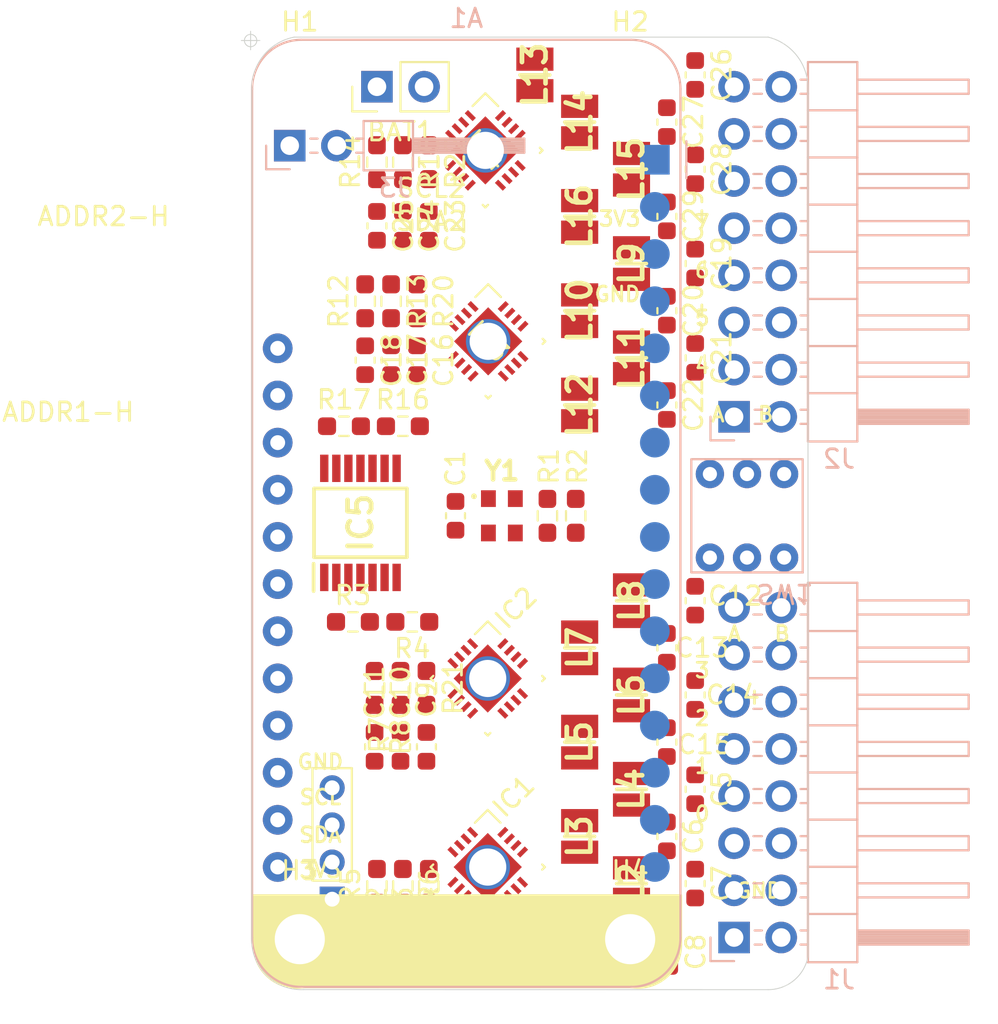
<source format=kicad_pcb>
(kicad_pcb (version 20211014) (generator pcbnew)
  (layers (0 "F.Cu" signal) (31 "B.Cu" signal) (34 "B.Paste" user) (35 "F.Paste" user) (36 "B.SilkS" user "B.Silkscreen") (37 "F.SilkS" user "F.Silkscreen") (38 "B.Mask" user) (39 "F.Mask" user) (44 "Edge.Cuts" user))
  (net 0 "")
  (net 1 "GND")
  (net 2 "+3V3")
  (net 3 "IN3B")
  (net 4 "IN3A")
  (net 5 "IN2A")
  (net 6 "IN2B")
  (net 7 "IN1B")
  (net 8 "IN1A")
  (net 9 "IN0A")
  (net 10 "IN0B")
  (net 11 "SCL")
  (net 12 "SDA")
  (net 33 "ADDR2")
  (net 34 "clk")
  (net 35 "ADDR1")
  (net 36 "INTB1")
  (net 37 "INTB2")
  (net 38 "IN7B")
  (net 39 "IN7A")
  (net 40 "IN6B")
  (net 41 "IN6A")
  (net 42 "IN5B")
  (net 43 "IN5A")
  (net 44 "IN4B")
  (net 45 "IN4A")
  (net 46 "Net-(A1-Pad27)")
  (net 47 "Net-(R1-Pad1)")
  (net 52 "VBAT")
  (net 53 "IN11B")
  (net 54 "IN11A")
  (net 55 "IN10B")
  (net 56 "IN10A")
  (net 57 "IN9B")
  (net 58 "IN9A")
  (net 59 "IN8B")
  (net 60 "IN8A")
  (net 61 "IN15B")
  (net 62 "IN15A")
  (net 63 "IN14B")
  (net 64 "IN14A")
  (net 65 "IN13B")
  (net 66 "IN13A")
  (net 67 "IN12B")
  (net 68 "IN12A")
  (net 69 "SCL0")
  (net 70 "SDA0")
  (net 71 "SDA1")
  (net 72 "SCL1")
  (net 73 "SD1")
  (net 74 "SD2")
  (net 75 "ADDR3")
  (net 76 "SD3")
  (net 77 "ADDR4")
  (net 78 "SD4")
  (net 79 "PCA0")
  (net 80 "PCA1")
  (footprint "ECS2033400BN" (layer "F.Cu") (at 113.538 125.603 -90)
    (fp_text reference "Y1" (at -2.413 0) (layer "F.SilkS") (effects (font (thickness 0.25))))
    (fp_text value "ECS-2033-400-BN" hide)
    (pad "1" smd rect locked (at -0.925 0.725) (size 0.8 0.9) (layers "F.Cu" "F.Paste" "F.Mask"))
    (pad "2" smd rect locked (at 0.925 0.725) (size 0.8 0.9) (layers "F.Cu" "F.Paste" "F.Mask") (net 1 "GND"))
    (pad "3" smd rect locked (at 0.925 -0.725) (size 0.8 0.9) (layers "F.Cu" "F.Paste" "F.Mask") (net 47 "Net-(R1-Pad1)"))
    (pad "4" smd rect locked (at -0.925 -0.725) (size 0.8 0.9) (layers "F.Cu" "F.Paste" "F.Mask") (net 2 "+3V3"))
  )
  (footprint "SamacSys:INDC2018X180N" (layer "F.Cu") (at 117.729 149.098 90)
    (fp_text reference "L1" (at 0 0 90) (layer "F.SilkS") (effects (font (size 1.27 1.27) (thickness 0.254))))
    (fp_text value "L0806C470MPWST" hide)
    (pad "1" smd rect locked (at -0.85 0 90) (size 1.25 2) (layers "F.Cu" "F.Paste" "F.Mask") (net 9 "IN0A"))
    (pad "2" smd rect locked (at 0.85 0 90) (size 1.25 2) (layers "F.Cu" "F.Paste" "F.Mask") (net 10 "IN0B"))
  )
  (footprint "SamacSys:INDC2018X180N" (layer "F.Cu") (at 120.523 145.415 90)
    (fp_text reference "L2" (at 0 0 90) (layer "F.SilkS") (effects (font (size 1.27 1.27) (thickness 0.254))))
    (fp_text value "L0806C470MPWST" hide)
    (pad "1" smd rect locked (at -0.85 0 90) (size 1.25 2) (layers "F.Cu" "F.Paste" "F.Mask") (net 8 "IN1A"))
    (pad "2" smd rect locked (at 0.85 0 90) (size 1.25 2) (layers "F.Cu" "F.Paste" "F.Mask") (net 7 "IN1B"))
  )
  (footprint "SamacSys:INDC2018X180N" (layer "F.Cu") (at 117.729 142.875 90)
    (fp_text reference "L3" (at 0 0 90) (layer "F.SilkS") (effects (font (size 1.27 1.27) (thickness 0.254))))
    (fp_text value "L0806C470MPWST" hide)
    (pad "1" smd rect locked (at -0.85 0 90) (size 1.25 2) (layers "F.Cu" "F.Paste" "F.Mask") (net 5 "IN2A"))
    (pad "2" smd rect locked (at 0.85 0 90) (size 1.25 2) (layers "F.Cu" "F.Paste" "F.Mask") (net 6 "IN2B"))
  )
  (footprint "SamacSys:INDC2018X180N" (layer "F.Cu") (at 120.523 140.335 90)
    (fp_text reference "L4" (at 0 0 90) (layer "F.SilkS") (effects (font (size 1.27 1.27) (thickness 0.254))))
    (fp_text value "L0806C470MPWST" hide)
    (pad "1" smd rect locked (at -0.85 0 90) (size 1.25 2) (layers "F.Cu" "F.Paste" "F.Mask") (net 4 "IN3A"))
    (pad "2" smd rect locked (at 0.85 0 90) (size 1.25 2) (layers "F.Cu" "F.Paste" "F.Mask") (net 3 "IN3B"))
  )
  (footprint "FDC2214:FDC2214RGHR" (layer "F.Cu") (at 112.775998 144.526002 -45)
    (fp_text reference "IC1" (at -1.709902 -3.685558 225) (layer "F.SilkS"))
    (fp_text value "FDC2214-rescue_FDC2214QRGHRQ1-SamacSys_Parts" hide)
    (fp_text user "*" (at 0 0 -45) (layer "F.SilkS"))
    (pad "1" smd rect locked (at -1.899999 -0.750001 45) (size 0.249999 0.599999) (layers "F.Cu" "F.Paste" "F.Mask") (net 69 "SCL0"))
    (pad "2" smd rect locked (at -1.899999 -0.250002 45) (size 0.249999 0.599999) (layers "F.Cu" "F.Paste" "F.Mask") (net 70 "SDA0"))
    (pad "3" smd rect locked (at -1.899999 0.25 45) (size 0.249999 0.599999) (layers "F.Cu" "F.Paste" "F.Mask") (net 34 "clk"))
    (pad "4" smd rect locked (at -1.899999 0.749998 45) (size 0.249999 0.599999) (layers "F.Cu" "F.Paste" "F.Mask") (net 35 "ADDR1"))
    (pad "5" smd rect locked (at -0.749998 1.899999 315) (size 0.249999 0.599999) (layers "F.Cu" "F.Paste" "F.Mask") (net 36 "INTB1"))
    (pad "6" smd rect locked (at -0.25 1.899999 315) (size 0.249999 0.599999) (layers "F.Cu" "F.Paste" "F.Mask") (net 73 "SD1"))
    (pad "7" smd rect locked (at 0.250002 1.899999 315) (size 0.249999 0.599999) (layers "F.Cu" "F.Paste" "F.Mask") (net 2 "+3V3"))
    (pad "8" smd rect locked (at 0.750001 1.899999 315) (size 0.249999 0.599999) (layers "F.Cu" "F.Paste" "F.Mask") (net 1 "GND"))
    (pad "9" smd rect locked (at 1.900001 0.749998 45) (size 0.249999 0.599999) (layers "F.Cu" "F.Paste" "F.Mask") (net 9 "IN0A"))
    (pad "10" smd rect locked (at 1.900001 0.25 45) (size 0.249999 0.599999) (layers "F.Cu" "F.Paste" "F.Mask") (net 10 "IN0B"))
    (pad "11" smd rect locked (at 1.900001 -0.250002 45) (size 0.249999 0.599999) (layers "F.Cu" "F.Paste" "F.Mask") (net 8 "IN1A"))
    (pad "12" smd rect locked (at 1.900001 -0.750001 45) (size 0.249999 0.599999) (layers "F.Cu" "F.Paste" "F.Mask") (net 7 "IN1B"))
    (pad "13" smd rect locked (at 0.750001 -1.900001 315) (size 0.249999 0.599999) (layers "F.Cu" "F.Paste" "F.Mask") (net 5 "IN2A"))
    (pad "14" smd rect locked (at 0.250002 -1.900001 315) (size 0.249999 0.599999) (layers "F.Cu" "F.Paste" "F.Mask") (net 6 "IN2B"))
    (pad "15" smd rect locked (at -0.25 -1.900001 315) (size 0.249999 0.599999) (layers "F.Cu" "F.Paste" "F.Mask") (net 4 "IN3A"))
    (pad "16" smd rect locked (at -0.749998 -1.900001 315) (size 0.249999 0.599999) (layers "F.Cu" "F.Paste" "F.Mask") (net 3 "IN3B"))
    (pad "17" smd rect locked (at 0 -0.000003 315) (size 2.6 2.6) (layers "F.Cu" "F.Mask") (net 1 "GND"))
    (pad "V" smd circle locked (at 0 1.05 315) (size 0 0) (layers "F.Cu" "F.Paste" "F.Mask"))
    (pad "V" smd circle locked (at 0 -1.05 315) (size 0 0) (layers "F.Cu" "F.Paste" "F.Mask"))
    (pad "V" thru_hole circle locked (at 0 -0.000003 315) (size 2.4 2.4) (drill 2) (layers *.Cu *.Mask))
    (pad "V" smd circle locked (at -1.05 -0.000003 315) (size 0 0) (layers "F.Cu" "F.Paste" "F.Mask"))
    (pad "V" smd circle locked (at 1.05 -0.000003 315) (size 0 0) (layers "F.Cu" "F.Paste" "F.Mask"))
  )
  (footprint "Capacitor_SMD:C_0603_1608Metric" (layer "F.Cu") (at 109.601 148.971 -90)
    (fp_text reference "C4" (at -2.413 0 90) (layer "F.SilkS"))
    (fp_text value "C")
    (pad "1" smd roundrect locked (at -0.775 0 270) (size 0.9 0.95) (layers "F.Cu" "F.Paste" "F.Mask") (net 2 "+3V3"))
    (pad "2" smd roundrect locked (at 0.775 0 270) (size 0.9 0.95) (layers "F.Cu" "F.Paste" "F.Mask") (net 1 "GND"))
  )
  (footprint "Capacitor_SMD:C_0603_1608Metric" (layer "F.Cu") (at 108.204 148.971 -90)
    (fp_text reference "C3" (at -2.413 0 90) (layer "F.SilkS"))
    (fp_text value "C")
    (pad "1" smd roundrect locked (at -0.775 0 270) (size 0.9 0.95) (layers "F.Cu" "F.Paste" "F.Mask") (net 2 "+3V3"))
    (pad "2" smd roundrect locked (at 0.775 0 270) (size 0.9 0.95) (layers "F.Cu" "F.Paste" "F.Mask") (net 1 "GND"))
  )
  (footprint "Capacitor_SMD:C_0603_1608Metric" (layer "F.Cu") (at 106.807 148.971 -90)
    (fp_text reference "C2" (at -2.413 0 90) (layer "F.SilkS"))
    (fp_text value "C")
    (pad "1" smd roundrect locked (at -0.775 0 270) (size 0.9 0.95) (layers "F.Cu" "F.Paste" "F.Mask") (net 2 "+3V3"))
    (pad "2" smd roundrect locked (at 0.775 0 270) (size 0.9 0.95) (layers "F.Cu" "F.Paste" "F.Mask") (net 1 "GND"))
  )
  (footprint "Capacitor_SMD:C_0603_1608Metric" (layer "F.Cu") (at 111.0395 125.603 -90)
    (fp_text reference "C1" (at -2.54 0 90) (layer "F.SilkS"))
    (fp_text value "C")
    (pad "1" smd roundrect locked (at -0.775 0 270) (size 0.9 0.95) (layers "F.Cu" "F.Paste" "F.Mask") (net 2 "+3V3"))
    (pad "2" smd roundrect locked (at 0.775 0 270) (size 0.9 0.95) (layers "F.Cu" "F.Paste" "F.Mask") (net 1 "GND"))
  )
  (footprint "Resistor_SMD:R_0603_1608Metric_Pad0.98x0.95mm_HandSolder" (layer "F.Cu") (at 106.68 134.874 90)
    (fp_text reference "R7" (at -2.54 0.254 90) (layer "F.SilkS"))
    (fp_text value "R")
    (pad "1" smd roundrect locked (at -0.9125 0 90) (size 0.975 0.95) (layers "F.Cu" "F.Paste" "F.Mask") (net 2 "+3V3"))
    (pad "2" smd roundrect locked (at 0.9125 0 90) (size 0.975 0.95) (layers "F.Cu" "F.Paste" "F.Mask") (net 33 "ADDR2"))
  )
  (footprint "Resistor_SMD:R_0603_1608Metric_Pad0.98x0.95mm_HandSolder" (layer "F.Cu") (at 108.077 134.874 -90)
    (fp_text reference "R8" (at 2.6435 0 90) (layer "F.SilkS"))
    (fp_text value "R")
    (pad "1" smd roundrect locked (at -0.9125 0 270) (size 0.975 0.95) (layers "F.Cu" "F.Paste" "F.Mask") (net 33 "ADDR2"))
    (pad "2" smd roundrect locked (at 0.9125 0 270) (size 0.975 0.95) (layers "F.Cu" "F.Paste" "F.Mask") (net 1 "GND"))
  )
  (footprint "FDC2214:FDC2214RGHR" (layer "F.Cu") (at 112.649 105.918 -45)
    (fp_text reference "IC4" (at 0 0 135) (layer "F.SilkS"))
    (fp_text value "FDC2214QRGHRQ1" hide)
    (fp_text user "*" (at 0 0 135) (layer "F.SilkS"))
    (pad "1" smd rect locked (at -1.899999 -0.750001 45) (size 0.249999 0.599999) (layers "F.Cu" "F.Paste" "F.Mask") (net 72 "SCL1"))
    (pad "2" smd rect locked (at -1.899999 -0.250002 45) (size 0.249999 0.599999) (layers "F.Cu" "F.Paste" "F.Mask") (net 71 "SDA1"))
    (pad "3" smd rect locked (at -1.899999 0.25 45) (size 0.249999 0.599999) (layers "F.Cu" "F.Paste" "F.Mask") (net 34 "clk"))
    (pad "4" smd rect locked (at -1.899999 0.749998 45) (size 0.249999 0.599999) (layers "F.Cu" "F.Paste" "F.Mask") (net 77 "ADDR4"))
    (pad "5" smd rect locked (at -0.749998 1.899999 315) (size 0.249999 0.599999) (layers "F.Cu" "F.Paste" "F.Mask") (net 37 "INTB2"))
    (pad "6" smd rect locked (at -0.25 1.899999 315) (size 0.249999 0.599999) (layers "F.Cu" "F.Paste" "F.Mask") (net 78 "SD4"))
    (pad "7" smd rect locked (at 0.250002 1.899999 315) (size 0.249999 0.599999) (layers "F.Cu" "F.Paste" "F.Mask") (net 2 "+3V3"))
    (pad "8" smd rect locked (at 0.750001 1.899999 315) (size 0.249999 0.599999) (layers "F.Cu" "F.Paste" "F.Mask") (net 1 "GND"))
    (pad "9" smd rect locked (at 1.900001 0.749998 45) (size 0.249999 0.599999) (layers "F.Cu" "F.Paste" "F.Mask") (net 68 "IN12A"))
    (pad "10" smd rect locked (at 1.900001 0.25 45) (size 0.249999 0.599999) (layers "F.Cu" "F.Paste" "F.Mask") (net 67 "IN12B"))
    (pad "11" smd rect locked (at 1.900001 -0.250002 45) (size 0.249999 0.599999) (layers "F.Cu" "F.Paste" "F.Mask") (net 66 "IN13A"))
    (pad "12" smd rect locked (at 1.900001 -0.750001 45) (size 0.249999 0.599999) (layers "F.Cu" "F.Paste" "F.Mask") (net 65 "IN13B"))
    (pad "13" smd rect locked (at 0.750001 -1.900001 315) (size 0.249999 0.599999) (layers "F.Cu" "F.Paste" "F.Mask") (net 64 "IN14A"))
    (pad "14" smd rect locked (at 0.250002 -1.900001 315) (size 0.249999 0.599999) (layers "F.Cu" "F.Paste" "F.Mask") (net 63 "IN14B"))
    (pad "15" smd rect locked (at -0.25 -1.900001 315) (size 0.249999 0.599999) (layers "F.Cu" "F.Paste" "F.Mask") (net 62 "IN15A"))
    (pad "16" smd rect locked (at -0.749998 -1.900001 315) (size 0.249999 0.599999) (layers "F.Cu" "F.Paste" "F.Mask") (net 61 "IN15B"))
    (pad "17" smd rect locked (at 0 -0.000003 315) (size 2.6 2.6) (layers "F.Cu" "F.Mask") (net 1 "GND"))
    (pad "V" smd circle locked (at 0 -1.05 315) (size 0 0) (layers "F.Cu" "F.Paste" "F.Mask"))
    (pad "V" smd circle locked (at 0 1.05 315) (size 0 0) (layers "F.Cu" "F.Paste" "F.Mask"))
    (pad "V" thru_hole circle locked (at 0 -0.000003 315) (size 2.4 2.4) (drill 2) (layers *.Cu *.Mask))
    (pad "V" smd circle locked (at 1.05 -0.000003 315) (size 0 0) (layers "F.Cu" "F.Paste" "F.Mask"))
    (pad "V" smd circle locked (at -1.05 -0.000003 315) (size 0 0) (layers "F.Cu" "F.Paste" "F.Mask"))
  )
  (footprint "Resistor_SMD:R_0603_1608Metric_Pad0.98x0.95mm_HandSolder" (layer "F.Cu") (at 106.172 114.046 90)
    (fp_text reference "R12" (at 0 -1.43 90) (layer "F.SilkS"))
    (fp_text value "R")
    (pad "1" smd roundrect (at -0.9125 0 90) (size 0.975 0.95) (layers "F.Cu" "F.Paste" "F.Mask") (net 2 "+3V3"))
    (pad "2" smd roundrect (at 0.9125 0 90) (size 0.975 0.95) (layers "F.Cu" "F.Paste" "F.Mask") (net 75 "ADDR3"))
  )
  (footprint "Capacitor_SMD:C_0603_1608Metric" (layer "F.Cu") (at 122.428 142.875 -90)
    (fp_text reference "C6" (at 0 -1.43 90) (layer "F.SilkS"))
    (fp_text value "C")
    (pad "1" smd roundrect (at -0.775 0 270) (size 0.9 0.95) (layers "F.Cu" "F.Paste" "F.Mask") (net 6 "IN2B"))
    (pad "2" smd roundrect (at 0.775 0 270) (size 0.9 0.95) (layers "F.Cu" "F.Paste" "F.Mask") (net 5 "IN2A"))
  )
  (footprint "Capacitor_SMD:C_0603_1608Metric" (layer "F.Cu") (at 108.077 138.049 -90)
    (fp_text reference "C10" (at -2.921 0 90) (layer "F.SilkS"))
    (fp_text value "C")
    (pad "1" smd roundrect locked (at -0.775 0 270) (size 0.9 0.95) (layers "F.Cu" "F.Paste" "F.Mask") (net 2 "+3V3"))
    (pad "2" smd roundrect locked (at 0.775 0 270) (size 0.9 0.95) (layers "F.Cu" "F.Paste" "F.Mask") (net 1 "GND"))
  )
  (footprint "Capacitor_SMD:C_0603_1608Metric" (layer "F.Cu") (at 123.952 117.094 -90)
    (fp_text reference "C21" (at 0 -1.43 90) (layer "F.SilkS"))
    (fp_text value "Device_C")
    (pad "1" smd roundrect (at -0.775 0 270) (size 0.9 0.95) (layers "F.Cu" "F.Paste" "F.Mask") (net 57 "IN9B"))
    (pad "2" smd roundrect (at 0.775 0 270) (size 0.9 0.95) (layers "F.Cu" "F.Paste" "F.Mask") (net 58 "IN9A"))
  )
  (footprint "Resistor_SMD:R_0603_1608Metric_Pad0.98x0.95mm_HandSolder" (layer "F.Cu") (at 109.601 145.542 -90)
    (fp_text reference "R9" (at 2.794 0 90) (layer "F.SilkS"))
    (fp_text value "R")
    (pad "1" smd roundrect (at -0.9125 0 270) (size 0.975 0.95) (layers "F.Cu" "F.Paste" "F.Mask") (net 73 "SD1"))
    (pad "2" smd roundrect (at 0.9125 0 270) (size 0.975 0.95) (layers "F.Cu" "F.Paste" "F.Mask") (net 1 "GND"))
  )
  (footprint "SamacSys:SOP65P640X120-14N" (layer "F.Cu") (at 105.918 125.984 90)
    (fp_text reference "IC5" (at 0 0 90) (layer "F.SilkS") (effects (font (size 1.27 1.27) (thickness 0.254))))
    (fp_text value "PCA9543APWR" hide)
    (pad "1" smd rect locked (at -2.938 -1.95 180) (size 0.45 1.475) (layers "F.Cu" "F.Paste" "F.Mask") (net 79 "PCA0"))
    (pad "2" smd rect locked (at -2.938 -1.3 180) (size 0.45 1.475) (layers "F.Cu" "F.Paste" "F.Mask") (net 80 "PCA1"))
    (pad "3" smd rect locked (at -2.938 -0.65 180) (size 0.45 1.475) (layers "F.Cu" "F.Paste" "F.Mask"))
    (pad "4" smd rect locked (at -2.938 0 180) (size 0.45 1.475) (layers "F.Cu" "F.Paste" "F.Mask"))
    (pad "5" smd rect locked (at -2.938 0.65 180) (size 0.45 1.475) (layers "F.Cu" "F.Paste" "F.Mask") (net 70 "SDA0"))
    (pad "6" smd rect locked (at -2.938 1.3 180) (size 0.45 1.475) (layers "F.Cu" "F.Paste" "F.Mask") (net 69 "SCL0"))
    (pad "7" smd rect locked (at -2.938 1.95 180) (size 0.45 1.475) (layers "F.Cu" "F.Paste" "F.Mask") (net 1 "GND"))
    (pad "8" smd rect locked (at 2.938 1.95 180) (size 0.45 1.475) (layers "F.Cu" "F.Paste" "F.Mask"))
    (pad "9" smd rect locked (at 2.938 1.3 180) (size 0.45 1.475) (layers "F.Cu" "F.Paste" "F.Mask") (net 71 "SDA1"))
    (pad "10" smd rect locked (at 2.938 0.65 180) (size 0.45 1.475) (layers "F.Cu" "F.Paste" "F.Mask") (net 72 "SCL1"))
    (pad "11" smd rect locked (at 2.938 0 180) (size 0.45 1.475) (layers "F.Cu" "F.Paste" "F.Mask"))
    (pad "12" smd rect locked (at 2.938 -0.65 180) (size 0.45 1.475) (layers "F.Cu" "F.Paste" "F.Mask") (net 11 "SCL"))
    (pad "13" smd rect locked (at 2.938 -1.3 180) (size 0.45 1.475) (layers "F.Cu" "F.Paste" "F.Mask") (net 12 "SDA"))
    (pad "14" smd rect locked (at 2.938 -1.95 180) (size 0.45 1.475) (layers "F.Cu" "F.Paste" "F.Mask") (net 2 "+3V3"))
  )
  (footprint "Connector_PinHeader_2.00mm:PinHeader_1x04_P2.00mm_Vertical" (layer "F.Cu") (at 104.394 146.256 180)
    (fp_text reference "test1" (at 0 -2.06) (layer "F.SilkS"))
    (fp_text value "Conn_01x04")
    (pad "1" thru_hole rect (at 0 0 180) (size 1.35 1.35) (drill 0.8) (layers *.Cu *.Mask) (net 2 "+3V3"))
    (pad "2" thru_hole oval (at 0 2 180) (size 1.35 1.35) (drill 0.8) (layers *.Cu *.Mask) (net 12 "SDA"))
    (pad "3" thru_hole oval (at 0 4 180) (size 1.35 1.35) (drill 0.8) (layers *.Cu *.Mask) (net 11 "SCL"))
    (pad "4" thru_hole oval (at 0 6 180) (size 1.35 1.35) (drill 0.8) (layers *.Cu *.Mask) (net 1 "GND"))
  )
  (footprint "Resistor_SMD:R_0603_1608Metric_Pad0.98x0.95mm_HandSolder" (layer "F.Cu") (at 106.807 145.542 90)
    (fp_text reference "R5" (at 0 -1.43 90) (layer "F.SilkS"))
    (fp_text value "R")
    (pad "1" smd roundrect (at -0.9125 0 90) (size 0.975 0.95) (layers "F.Cu" "F.Paste" "F.Mask") (net 2 "+3V3"))
    (pad "2" smd roundrect (at 0.9125 0 90) (size 0.975 0.95) (layers "F.Cu" "F.Paste" "F.Mask") (net 35 "ADDR1"))
  )
  (footprint "Capacitor_SMD:C_0603_1608Metric" (layer "F.Cu") (at 108.966 117.221 -90)
    (fp_text reference "C16" (at 0 -1.43 90) (layer "F.SilkS"))
    (fp_text value "C")
    (pad "1" smd roundrect (at -0.775 0 270) (size 0.9 0.95) (layers "F.Cu" "F.Paste" "F.Mask") (net 2 "+3V3"))
    (pad "2" smd roundrect (at 0.775 0 270) (size 0.9 0.95) (layers "F.Cu" "F.Paste" "F.Mask") (net 1 "GND"))
  )
  (footprint "Capacitor_SMD:C_0603_1608Metric" (layer "F.Cu") (at 106.68 138.049 -90)
    (fp_text reference "C11" (at -2.921 0 90) (layer "F.SilkS"))
    (fp_text value "C")
    (pad "1" smd roundrect locked (at -0.775 0 270) (size 0.9 0.95) (layers "F.Cu" "F.Paste" "F.Mask") (net 2 "+3V3"))
    (pad "2" smd roundrect locked (at 0.775 0 270) (size 0.9 0.95) (layers "F.Cu" "F.Paste" "F.Mask") (net 1 "GND"))
  )
  (footprint "Capacitor_SMD:C_0603_1608Metric" (layer "F.Cu") (at 122.428 132.715 -90)
    (fp_text reference "C13" (at 0 -1.904 180) (layer "F.SilkS"))
    (fp_text value "Device_C")
    (pad "1" smd roundrect (at -0.775 0 270) (size 0.9 0.95) (layers "F.Cu" "F.Paste" "F.Mask") (net 40 "IN6B"))
    (pad "2" smd roundrect (at 0.775 0 270) (size 0.9 0.95) (layers "F.Cu" "F.Paste" "F.Mask") (net 41 "IN6A"))
  )
  (footprint "Capacitor_SMD:C_0603_1608Metric" (layer "F.Cu") (at 106.807 109.982 -90)
    (fp_text reference "C25" (at 0 -1.43 90) (layer "F.SilkS"))
    (fp_text value "C")
    (pad "1" smd roundrect (at -0.775 0 270) (size 0.9 0.95) (layers "F.Cu" "F.Paste" "F.Mask") (net 2 "+3V3"))
    (pad "2" smd roundrect (at 0.775 0 270) (size 0.9 0.95) (layers "F.Cu" "F.Paste" "F.Mask") (net 1 "GND"))
  )
  (footprint "SamacSys:INDC2018X180N" (layer "F.Cu") (at 120.523 106.934 90)
    (fp_text reference "L15" (at 0 0 90) (layer "F.SilkS") (effects (font (size 1.27 1.27) (thickness 0.254))))
    (fp_text value "L0806C470MPWST" hide)
    (pad "1" smd rect locked (at -0.85 0 90) (size 1.25 2) (layers "F.Cu" "F.Paste" "F.Mask") (net 66 "IN13A"))
    (pad "2" smd rect locked (at 0.85 0 90) (size 1.25 2) (layers "F.Cu" "F.Paste" "F.Mask") (net 65 "IN13B"))
  )
  (footprint "Resistor_SMD:R_0603_1608Metric_Pad0.98x0.95mm_HandSolder" (layer "F.Cu") (at 117.5165 125.603 -90)
    (fp_text reference "R2" (at -2.667 -0.0855 90) (layer "F.SilkS"))
    (fp_text value "R")
    (pad "1" smd roundrect locked (at -0.9125 0 270) (size 0.975 0.95) (layers "F.Cu" "F.Paste" "F.Mask") (net 34 "clk"))
    (pad "2" smd roundrect locked (at 0.9125 0 270) (size 0.975 0.95) (layers "F.Cu" "F.Paste" "F.Mask") (net 1 "GND"))
  )
  (footprint "SamacSys:INDC2018X180N" (layer "F.Cu") (at 117.729 137.795 90)
    (fp_text reference "L5" (at 0 0 90) (layer "F.SilkS") (effects (font (size 1.27 1.27) (thickness 0.254))))
    (fp_text value "L0806C470MPWST" hide)
    (pad "1" smd rect locked (at -0.85 0 90) (size 1.25 2) (layers "F.Cu" "F.Paste" "F.Mask") (net 45 "IN4A"))
    (pad "2" smd rect locked (at 0.85 0 90) (size 1.25 2) (layers "F.Cu" "F.Paste" "F.Mask") (net 44 "IN4B"))
  )
  (footprint "Resistor_SMD:R_0603_1608Metric_Pad0.98x0.95mm_HandSolder" (layer "F.Cu") (at 108.966 114.046 -90)
    (fp_text reference "R20" (at 0 -1.43 90) (layer "F.SilkS"))
    (fp_text value "R")
    (pad "1" smd roundrect (at -0.9125 0 270) (size 0.975 0.95) (layers "F.Cu" "F.Paste" "F.Mask") (net 76 "SD3"))
    (pad "2" smd roundrect (at 0.9125 0 270) (size 0.975 0.95) (layers "F.Cu" "F.Paste" "F.Mask") (net 1 "GND"))
  )
  (footprint "Capacitor_SMD:C_0603_1608Metric" (layer "F.Cu") (at 122.428 137.795 -90)
    (fp_text reference "C15" (at 0.127 -2.031) (layer "F.SilkS"))
    (fp_text value "Device_C")
    (pad "1" smd roundrect (at -0.775 0 270) (size 0.9 0.95) (layers "F.Cu" "F.Paste" "F.Mask") (net 44 "IN4B"))
    (pad "2" smd roundrect (at 0.775 0 270) (size 0.9 0.95) (layers "F.Cu" "F.Paste" "F.Mask") (net 45 "IN4A"))
  )
  (footprint "Connector_PinHeader_2.54mm:PinHeader_1x02_P2.54mm_Vertical" (layer "F.Cu") (at 106.807 102.489 90)
    (fp_text reference "BAT1" (at -2.413 1.27 180) (layer "F.SilkS"))
    (fp_text value "Conn_01x02")
    (pad "1" thru_hole rect locked (at 0 0 90) (size 1.7 1.7) (drill 1) (layers *.Cu *.Mask) (net 52 "VBAT"))
    (pad "2" thru_hole oval locked (at 0 2.54 90) (size 1.7 1.7) (drill 1) (layers *.Cu *.Mask) (net 1 "GND"))
  )
  (footprint "Capacitor_SMD:C_0603_1608Metric" (layer "F.Cu") (at 123.952 140.335 -90)
    (fp_text reference "C5" (at 0 -1.43 90) (layer "F.SilkS"))
    (fp_text value "C")
    (pad "1" smd roundrect (at -0.775 0 270) (size 0.9 0.95) (layers "F.Cu" "F.Paste" "F.Mask") (net 3 "IN3B"))
    (pad "2" smd roundrect (at 0.775 0 270) (size 0.9 0.95) (layers "F.Cu" "F.Paste" "F.Mask") (net 4 "IN3A"))
  )
  (footprint "SamacSys:INDC2018X180N" (layer "F.Cu") (at 120.523 130.175 90)
    (fp_text reference "L8" (at 0 0 90) (layer "F.SilkS") (effects (font (size 1.27 1.27) (thickness 0.254))))
    (fp_text value "L0806C470MPWST" hide)
    (pad "1" smd rect locked (at -0.85 0 90) (size 1.25 2) (layers "F.Cu" "F.Paste" "F.Mask") (net 39 "IN7A"))
    (pad "2" smd rect locked (at 0.85 0 90) (size 1.25 2) (layers "F.Cu" "F.Paste" "F.Mask") (net 38 "IN7B"))
  )
  (footprint "FDC2214:FDC2214RGHR" (layer "F.Cu") (at 112.799727 116.205 -45)
    (fp_text reference "IC3" (at 0 0 135) (layer "F.SilkS"))
    (fp_text value "FDC2214QRGHRQ1" hide)
    (fp_text user "*" (at 0 0 135) (layer "F.SilkS"))
    (pad "1" smd rect locked (at -1.899999 -0.750001 45) (size 0.249999 0.599999) (layers "F.Cu" "F.Paste" "F.Mask") (net 72 "SCL1"))
    (pad "2" smd rect locked (at -1.899999 -0.250002 45) (size 0.249999 0.599999) (layers "F.Cu" "F.Paste" "F.Mask") (net 71 "SDA1"))
    (pad "3" smd rect locked (at -1.899999 0.25 45) (size 0.249999 0.599999) (layers "F.Cu" "F.Paste" "F.Mask") (net 34 "clk"))
    (pad "4" smd rect locked (at -1.899999 0.749998 45) (size 0.249999 0.599999) (layers "F.Cu" "F.Paste" "F.Mask") (net 75 "ADDR3"))
    (pad "5" smd rect locked (at -0.749998 1.899999 315) (size 0.249999 0.599999) (layers "F.Cu" "F.Paste" "F.Mask") (net 37 "INTB2"))
    (pad "6" smd rect locked (at -0.25 1.899999 315) (size 0.249999 0.599999) (layers "F.Cu" "F.Paste" "F.Mask") (net 76 "SD3"))
    (pad "7" smd rect locked (at 0.250002 1.899999 315) (size 0.249999 0.599999) (layers "F.Cu" "F.Paste" "F.Mask") (net 2 "+3V3"))
    (pad "8" smd rect locked (at 0.750001 1.899999 315) (size 0.249999 0.599999) (layers "F.Cu" "F.Paste" "F.Mask") (net 1 "GND"))
    (pad "9" smd rect locked (at 1.900001 0.749998 45) (size 0.249999 0.599999) (layers "F.Cu" "F.Paste" "F.Mask") (net 60 "IN8A"))
    (pad "10" smd rect locked (at 1.900001 0.25 45) (size 0.249999 0.599999) (layers "F.Cu" "F.Paste" "F.Mask") (net 59 "IN8B"))
    (pad "11" smd rect locked (at 1.900001 -0.250002 45) (size 0.249999 0.599999) (layers "F.Cu" "F.Paste" "F.Mask") (net 58 "IN9A"))
    (pad "12" smd rect locked (at 1.900001 -0.750001 45) (size 0.249999 0.599999) (layers "F.Cu" "F.Paste" "F.Mask") (net 57 "IN9B"))
    (pad "13" smd rect locked (at 0.750001 -1.900001 315) (size 0.249999 0.599999) (layers "F.Cu" "F.Paste" "F.Mask") (net 56 "IN10A"))
    (pad "14" smd rect locked (at 0.250002 -1.900001 315) (size 0.249999 0.599999) (layers "F.Cu" "F.Paste" "F.Mask") (net 55 "IN10B"))
    (pad "15" smd rect locked (at -0.25 -1.900001 315) (size 0.249999 0.599999) (layers "F.Cu" "F.Paste" "F.Mask") (net 54 "IN11A"))
    (pad "16" smd rect locked (at -0.749998 -1.900001 315) (size 0.249999 0.599999) (layers "F.Cu" "F.Paste" "F.Mask") (net 53 "IN11B"))
    (pad "17" smd rect locked (at 0 -0.000003 315) (size 2.6 2.6) (layers "F.Cu" "F.Mask") (net 1 "GND"))
    (pad "V" smd circle locked (at 0 1.05 315) (size 0 0) (layers "F.Cu" "F.Paste" "F.Mask"))
    (pad "V" thru_hole circle locked (at 0 -0.000003 315) (size 2.4 2.4) (drill 2) (layers *.Cu *.Mask))
    (pad "V" smd circle locked (at -1.05 -0.000003 315) (size 0 0) (layers "F.Cu" "F.Paste" "F.Mask"))
    (pad "V" smd circle locked (at 1.05 -0.000003 315) (size 0 0) (layers "F.Cu" "F.Paste" "F.Mask"))
    (pad "V" smd circle locked (at 0 -1.05 315) (size 0 0) (layers "F.Cu" "F.Paste" "F.Mask"))
  )
  (footprint "Resistor_SMD:R_0603_1608Metric_Pad0.98x0.95mm_HandSolder" (layer "F.Cu") (at 108.712 131.318 180)
    (fp_text reference "R4" (at 0 -1.43) (layer "F.SilkS"))
    (fp_text value "R")
    (pad "1" smd roundrect (at -0.9125 0 180) (size 0.975 0.95) (layers "F.Cu" "F.Paste" "F.Mask") (net 2 "+3V3"))
    (pad "2" smd roundrect (at 0.9125 0 180) (size 0.975 0.95) (layers "F.Cu" "F.Paste" "F.Mask") (net 69 "SCL0"))
  )
  (footprint "MountingHole:MountingHole_2.7mm_M2.5" (layer "F.Cu") (at 120.45 102.69)
    (fp_text reference "H2" (at 0 -3.7) (layer "F.SilkS"))
    (fp_text value "MountingHole")
    (pad "" np_thru_hole circle locked (at 0 0) (size 2.7 2.7) (drill 2.7) (layers *.Cu *.Mask))
  )
  (footprint "Capacitor_SMD:C_0603_1608Metric" (layer "F.Cu") (at 122.428 119.634 -90)
    (fp_text reference "C22" (at 0 -1.43 90) (layer "F.SilkS"))
    (fp_text value "Device_C")
    (pad "1" smd roundrect (at -0.775 0 270) (size 0.9 0.95) (layers "F.Cu" "F.Paste" "F.Mask") (net 59 "IN8B"))
    (pad "2" smd roundrect (at 0.775 0 270) (size 0.9 0.95) (layers "F.Cu" "F.Paste" "F.Mask") (net 60 "IN8A"))
  )
  (footprint "Capacitor_SMD:C_0603_1608Metric" (layer "F.Cu") (at 109.474 138.049 -90)
    (fp_text reference "C9" (at -2.54 0 90) (layer "F.SilkS"))
    (fp_text value "C")
    (pad "1" smd roundrect locked (at -0.775 0 270) (size 0.9 0.95) (layers "F.Cu" "F.Paste" "F.Mask") (net 2 "+3V3"))
    (pad "2" smd roundrect locked (at 0.775 0 270) (size 0.9 0.95) (layers "F.Cu" "F.Paste" "F.Mask") (net 1 "GND"))
  )
  (footprint "Capacitor_SMD:C_0603_1608Metric" (layer "F.Cu") (at 123.952 106.934 -90)
    (fp_text reference "C28" (at 0 -1.43 90) (layer "F.SilkS"))
    (fp_text value "Device_C")
    (pad "1" smd roundrect (at -0.775 0 270) (size 0.9 0.95) (layers "F.Cu" "F.Paste" "F.Mask") (net 65 "IN13B"))
    (pad "2" smd roundrect (at 0.775 0 270) (size 0.9 0.95) (layers "F.Cu" "F.Paste" "F.Mask") (net 66 "IN13A"))
  )
  (footprint "SamacSys:INDC2018X180N" (layer "F.Cu") (at 117.729 104.394 90)
    (fp_text reference "L14" (at 0 0 90) (layer "F.SilkS") (effects (font (size 1.27 1.27) (thickness 0.254))))
    (fp_text value "L0806C470MPWST" hide)
    (pad "1" smd rect locked (at -0.85 0 90) (size 1.25 2) (layers "F.Cu" "F.Paste" "F.Mask") (net 64 "IN14A"))
    (pad "2" smd rect locked (at 0.85 0 90) (size 1.25 2) (layers "F.Cu" "F.Paste" "F.Mask") (net 63 "IN14B"))
  )
  (footprint "Capacitor_SMD:C_0603_1608Metric" (layer "F.Cu") (at 123.952 101.854 -90)
    (fp_text reference "C26" (at 0 -1.43 90) (layer "F.SilkS"))
    (fp_text value "Device_C")
    (pad "1" smd roundrect (at -0.775 0 270) (size 0.9 0.95) (layers "F.Cu" "F.Paste" "F.Mask") (net 61 "IN15B"))
    (pad "2" smd roundrect (at 0.775 0 270) (size 0.9 0.95) (layers "F.Cu" "F.Paste" "F.Mask") (net 62 "IN15A"))
  )
  (footprint "SamacSys:INDC2018X180N" (layer "F.Cu") (at 120.523 135.255 90)
    (fp_text reference "L6" (at 0 0 90) (layer "F.SilkS") (effects (font (size 1.27 1.27) (thickness 0.254))))
    (fp_text value "L0806C470MPWST" hide)
    (pad "1" smd rect locked (at -0.85 0 90) (size 1.25 2) (layers "F.Cu" "F.Paste" "F.Mask") (net 43 "IN5A"))
    (pad "2" smd rect locked (at 0.85 0 90) (size 1.25 2) (layers "F.Cu" "F.Paste" "F.Mask") (net 42 "IN5B"))
  )
  (footprint "SamacSys:INDC2018X180N" (layer "F.Cu") (at 117.729 109.474 90)
    (fp_text reference "L16" (at 0 0 90) (layer "F.SilkS") (effects (font (size 1.27 1.27) (thickness 0.254))))
    (fp_text value "L0806C470MPWST" hide)
    (pad "1" smd rect locked (at -0.85 0 90) (size 1.25 2) (layers "F.Cu" "F.Paste" "F.Mask") (net 68 "IN12A"))
    (pad "2" smd rect locked (at 0.85 0 90) (size 1.25 2) (layers "F.Cu" "F.Paste" "F.Mask") (net 67 "IN12B"))
  )
  (footprint "Resistor_SMD:R_0603_1608Metric_Pad0.98x0.95mm_HandSolder" (layer "F.Cu") (at 108.204 145.542 -90)
    (fp_text reference "R6" (at 0 -1.43 90) (layer "F.SilkS"))
    (fp_text value "R")
    (pad "1" smd roundrect (at -0.9125 0 270) (size 0.975 0.95) (layers "F.Cu" "F.Paste" "F.Mask") (net 35 "ADDR1"))
    (pad "2" smd roundrect (at 0.9125 0 270) (size 0.975 0.95) (layers "F.Cu" "F.Paste" "F.Mask") (net 1 "GND"))
  )
  (footprint "SamacSys:INDC2018X180N" (layer "F.Cu") (at 117.729 119.634 90)
    (fp_text reference "L12" (at 0 0 90) (layer "F.SilkS") (effects (font (size 1.27 1.27) (thickness 0.254))))
    (fp_text value "L0806C470MPWST" hide)
    (pad "1" smd rect locked (at -0.85 0 90) (size 1.25 2) (layers "F.Cu" "F.Paste" "F.Mask") (net 60 "IN8A"))
    (pad "2" smd rect locked (at 0.85 0 90) (size 1.25 2) (layers "F.Cu" "F.Paste" "F.Mask") (net 59 "IN8B"))
  )
  (footprint "Capacitor_SMD:C_0603_1608Metric" (layer "F.Cu") (at 122.428 109.474 -90)
    (fp_text reference "C29" (at 0 -1.43 90) (layer "F.SilkS"))
    (fp_text value "Device_C")
    (pad "1" smd roundrect (at -0.775 0 270) (size 0.9 0.95) (layers "F.Cu" "F.Paste" "F.Mask") (net 67 "IN12B"))
    (pad "2" smd roundrect (at 0.775 0 270) (size 0.9 0.95) (layers "F.Cu" "F.Paste" "F.Mask") (net 68 "IN12A"))
  )
  (footprint "Capacitor_SMD:C_0603_1608Metric" (layer "F.Cu") (at 122.428 114.554 -90)
    (fp_text reference "C20" (at 0 -1.43 90) (layer "F.SilkS"))
    (fp_text value "Device_C")
    (pad "1" smd roundrect (at -0.775 0 270) (size 0.9 0.95) (layers "F.Cu" "F.Paste" "F.Mask") (net 55 "IN10B"))
    (pad "2" smd roundrect (at 0.775 0 270) (size 0.9 0.95) (layers "F.Cu" "F.Paste" "F.Mask") (net 56 "IN10A"))
  )
  (footprint "FDC2214:FDC2214RGHR" (layer "F.Cu") (at 112.776 134.366 -45)
    (fp_text reference "IC2" (at -1.616446 -3.771708 225) (layer "F.SilkS"))
    (fp_text value "FDC2214QRGHRQ1" hide)
    (fp_text user "*" (at 0 0 135) (layer "F.SilkS"))
    (pad "1" smd rect locked (at -1.899999 -0.750001 45) (size 0.249999 0.599999) (layers "F.Cu" "F.Paste" "F.Mask") (net 69 "SCL0"))
    (pad "2" smd rect locked (at -1.899999 -0.250002 45) (size 0.249999 0.599999) (layers "F.Cu" "F.Paste" "F.Mask") (net 70 "SDA0"))
    (pad "3" smd rect locked (at -1.899999 0.25 45) (size 0.249999 0.599999) (layers "F.Cu" "F.Paste" "F.Mask") (net 34 "clk"))
    (pad "4" smd rect locked (at -1.899999 0.749998 45) (size 0.249999 0.599999) (layers "F.Cu" "F.Paste" "F.Mask") (net 33 "ADDR2"))
    (pad "5" smd rect locked (at -0.749998 1.899999 315) (size 0.249999 0.599999) (layers "F.Cu" "F.Paste" "F.Mask") (net 37 "INTB2"))
    (pad "6" smd rect locked (at -0.25 1.899999 315) (size 0.249999 0.599999) (layers "F.Cu" "F.Paste" "F.Mask") (net 74 "SD2"))
    (pad "7" smd rect locked (at 0.250002 1.899999 315) (size 0.249999 0.599999) (layers "F.Cu" "F.Paste" "F.Mask") (net 2 "+3V3"))
    (pad "8" smd rect locked (at 0.750001 1.899999 315) (size 0.249999 0.599999) (layers "F.Cu" "F.Paste" "F.Mask") (net 1 "GND"))
    (pad "9" smd rect locked (at 1.900001 0.749998 45) (size 0.249999 0.599999) (layers "F.Cu" "F.Paste" "F.Mask") (net 45 "IN4A"))
    (pad "10" smd rect locked (at 1.900001 0.25 45) (size 0.249999 0.599999) (layers "F.Cu" "F.Paste" "F.Mask") (net 44 "IN4B"))
    (pad "11" smd rect locked (at 1.900001 -0.250002 45) (size 0.249999 0.599999) (layers "F.Cu" "F.Paste" "F.Mask") (net 43 "IN5A"))
    (pad "12" smd rect locked (at 1.900001 -0.750001 45) (size 0.249999 0.599999) (layers "F.Cu" "F.Paste" "F.Mask") (net 42 "IN5B"))
    (pad "13" smd rect locked (at 0.750001 -1.900001 315) (size 0.249999 0.599999) (layers "F.Cu" "F.Paste" "F.Mask") (net 41 "IN6A"))
    (pad "14" smd rect locked (at 0.250002 -1.900001 315) (size 0.249999 0.599999) (layers "F.Cu" "F.Paste" "F.Mask") (net 40 "IN6B"))
    (pad "15" smd rect locked (at -0.25 -1.900001 315) (size 0.249999 0.599999) (layers "F.Cu" "F.Paste" "F.Mask") (net 39 "IN7A"))
    (pad "16" smd rect locked (at -0.749998 -1.900001 315) (size 0.249999 0.599999) (layers "F.Cu" "F.Paste" "F.Mask") (net 38 "IN7B"))
    (pad "17" smd rect locked (at 0 -0.000003 315) (size 2.6 2.6) (layers "F.Cu" "F.Mask") (net 1 "GND"))
    (pad "V" smd circle locked (at 0 -1.05 315) (size 0 0) (layers "F.Cu" "F.Paste" "F.Mask"))
    (pad "V" thru_hole circle locked (at 0 -0.000003 315) (size 2.4 2.4) (drill 2) (layers *.Cu *.Mask))
    (pad "V" smd circle locked (at -1.05 -0.000003 315) (size 0 0) (layers "F.Cu" "F.Paste" "F.Mask"))
    (pad "V" smd circle locked (at 0 1.05 315) (size 0 0) (layers "F.Cu" "F.Paste" "F.Mask"))
    (pad "V" smd circle locked (at 1.05 -0.000003 315) (size 0 0) (layers "F.Cu" "F.Paste" "F.Mask"))
  )
  (footprint "Resistor_SMD:R_0603_1608Metric_Pad0.98x0.95mm_HandSolder" (layer "F.Cu") (at 109.474 134.874 -90)
    (fp_text reference "R21" (at 0 -1.43 90) (layer "F.SilkS"))
    (fp_text value "R")
    (pad "1" smd roundrect (at -0.9125 0 270) (size 0.975 0.95) (layers "F.Cu" "F.Paste" "F.Mask") (net 74 "SD2"))
    (pad "2" smd roundrect (at 0.9125 0 270) (size 0.975 0.95) (layers "F.Cu" "F.Paste" "F.Mask") (net 1 "GND"))
  )
  (footprint "Capacitor_SMD:C_0603_1608Metric" (layer "F.Cu") (at 123.952 130.175 -90)
    (fp_text reference "C12" (at -0.254 -2.158 180) (layer "F.SilkS"))
    (fp_text value "Device_C")
    (pad "1" smd roundrect (at -0.775 0 270) (size 0.9 0.95) (layers "F.Cu" "F.Paste" "F.Mask") (net 38 "IN7B"))
    (pad "2" smd roundrect (at 0.775 0 270) (size 0.9 0.95) (layers "F.Cu" "F.Paste" "F.Mask") (net 39 "IN7A"))
  )
  (footprint "SamacSys:INDC2018X180N" (layer "F.Cu") (at 117.729 114.554 90)
    (fp_text reference "L10" (at 0 0 90) (layer "F.SilkS") (effects (font (size 1.27 1.27) (thickness 0.254))))
    (fp_text value "L0806C470MPWST" hide)
    (pad "1" smd rect locked (at -0.85 0 90) (size 1.25 2) (layers "F.Cu" "F.Paste" "F.Mask") (net 56 "IN10A"))
    (pad "2" smd rect locked (at 0.85 0 90) (size 1.25 2) (layers "F.Cu" "F.Paste" "F.Mask") (net 55 "IN10B"))
  )
  (footprint "Capacitor_SMD:C_0603_1608Metric" (layer "F.Cu") (at 106.172 117.221 -90)
    (fp_text reference "C18" (at 0 -1.43 90) (layer "F.SilkS"))
    (fp_text value "C")
    (pad "1" smd roundrect (at -0.775 0 270) (size 0.9 0.95) (layers "F.Cu" "F.Paste" "F.Mask") (net 2 "+3V3"))
    (pad "2" smd roundrect (at 0.775 0 270) (size 0.9 0.95) (layers "F.Cu" "F.Paste" "F.Mask") (net 1 "GND"))
  )
  (footprint "Resistor_SMD:R_0603_1608Metric_Pad0.98x0.95mm_HandSolder" (layer "F.Cu") (at 115.9925 125.603 90)
    (fp_text reference "R1" (at 2.667 0.0855 90) (layer "F.SilkS"))
    (fp_text value "R")
    (pad "1" smd roundrect locked (at -0.9125 0 90) (size 0.975 0.95) (layers "F.Cu" "F.Paste" "F.Mask") (net 47 "Net-(R1-Pad1)"))
    (pad "2" smd roundrect locked (at 0.9125 0 90) (size 0.975 0.95) (layers "F.Cu" "F.Paste" "F.Mask") (net 34 "clk"))
  )
  (footprint "Resistor_SMD:R_0603_1608Metric_Pad0.98x0.95mm_HandSolder" (layer "F.Cu") (at 109.601 106.553 -90)
    (fp_text reference "R22" (at 0 -1.43 90) (layer "F.SilkS"))
    (fp_text value "R")
    (pad "1" smd roundrect (at -0.9125 0 270) (size 0.975 0.95) (layers "F.Cu" "F.Paste" "F.Mask") (net 78 "SD4"))
    (pad "2" smd roundrect (at 0.9125 0 270) (size 0.975 0.95) (layers "F.Cu" "F.Paste" "F.Mask") (net 1 "GND"))
  )
  (footprint "Capacitor_SMD:C_0603_1608Metric" (layer "F.Cu") (at 122.428 104.394 -90)
    (fp_text reference "C27" (at 0 -1.43 90) (layer "F.SilkS"))
    (fp_text value "Device_C")
    (pad "1" smd roundrect (at -0.775 0 270) (size 0.9 0.95) (layers "F.Cu" "F.Paste" "F.Mask") (net 63 "IN14B"))
    (pad "2" smd roundrect (at 0.775 0 270) (size 0.9 0.95) (layers "F.Cu" "F.Paste" "F.Mask") (net 64 "IN14A"))
  )
  (footprint "Capacitor_SMD:C_0603_1608Metric" (layer "F.Cu") (at 122.555 149.098 -90)
    (fp_text reference "C8" (at 0 -1.43 90) (layer "F.SilkS"))
    (fp_text value "C")
    (pad "1" smd roundrect (at -0.775 0 270) (size 0.9 0.95) (layers "F.Cu" "F.Paste" "F.Mask") (net 10 "IN0B"))
    (pad "2" smd roundrect (at 0.775 0 270) (size 0.9 0.95) (layers "F.Cu" "F.Paste" "F.Mask") (net 9 "IN0A"))
  )
  (footprint "Capacitor_SMD:C_0603_1608Metric" (layer "F.Cu") (at 109.601 109.982 -90)
    (fp_text reference "C23" (at 0 -1.43 90) (layer "F.SilkS"))
    (fp_text value "C")
    (pad "1" smd roundrect (at -0.775 0 270) (size 0.9 0.95) (layers "F.Cu" "F.Paste" "F.Mask") (net 2 "+3V3"))
    (pad "2" smd roundrect (at 0.775 0 270) (size 0.9 0.95) (layers "F.Cu" "F.Paste" "F.Mask") (net 1 "GND"))
  )
  (footprint "Resistor_SMD:R_0603_1608Metric_Pad0.98x0.95mm_HandSolder" (layer "F.Cu") (at 106.807 106.553 90)
    (fp_text reference "R14" (at 0 -1.43 90) (layer "F.SilkS"))
    (fp_text value "R")
    (pad "1" smd roundrect (at -0.9125 0 90) (size 0.975 0.95) (layers "F.Cu" "F.Paste" "F.Mask") (net 2 "+3V3"))
    (pad "2" smd roundrect (at 0.9125 0 90) (size 0.975 0.95) (layers "F.Cu" "F.Paste" "F.Mask") (net 77 "ADDR4"))
  )
  (footprint "Resistor_SMD:R_0603_1608Metric_Pad0.98x0.95mm_HandSolder" (layer "F.Cu") (at 108.204 106.553 -90)
    (fp_text reference "R15" (at 0 -1.43 90) (layer "F.SilkS"))
    (fp_text value "R")
    (pad "1" smd roundrect (at -0.9125 0 270) (size 0.975 0.95) (layers "F.Cu" "F.Paste" "F.Mask") (net 77 "ADDR4"))
    (pad "2" smd roundrect (at 0.9125 0 270) (size 0.975 0.95) (layers "F.Cu" "F.Paste" "F.Mask") (net 1 "GND"))
  )
  (footprint "Resistor_SMD:R_0603_1608Metric_Pad0.98x0.95mm_HandSolder" (layer "F.Cu") (at 107.569 114.046 -90)
    (fp_text reference "R13" (at 0 -1.43 90) (layer "F.SilkS"))
    (fp_text value "R")
    (pad "1" smd roundrect (at -0.9125 0 270) (size 0.975 0.95) (layers "F.Cu" "F.Paste" "F.Mask") (net 75 "ADDR3"))
    (pad "2" smd roundrect (at 0.9125 0 270) (size 0.975 0.95) (layers "F.Cu" "F.Paste" "F.Mask") (net 1 "GND"))
  )
  (footprint "Capacitor_SMD:C_0603_1608Metric" (layer "F.Cu") (at 123.952 145.415 -90)
    (fp_text reference "C7" (at 0 -1.43 90) (layer "F.SilkS"))
    (fp_text value "C")
    (pad "1" smd roundrect (at -0.775 0 270) (size 0.9 0.95) (layers "F.Cu" "F.Paste" "F.Mask") (net 7 "IN1B"))
    (pad "2" smd roundrect (at 0.775 0 270) (size 0.9 0.95) (layers "F.Cu" "F.Paste" "F.Mask") (net 8 "IN1A"))
  )
  (footprint "Resistor_SMD:R_0603_1608Metric_Pad0.98x0.95mm_HandSolder" (layer "F.Cu") (at 105.5135 131.318)
    (fp_text reference "R3" (at 0 -1.43) (layer "F.SilkS"))
    (fp_text value "R")
    (pad "1" smd roundrect (at -0.9125 0) (size 0.975 0.95) (layers "F.Cu" "F.Paste" "F.Mask") (net 2 "+3V3"))
    (pad "2" smd roundrect (at 0.9125 0) (size 0.975 0.95) (layers "F.Cu" "F.Paste" "F.Mask") (net 70 "SDA0"))
  )
  (footprint "MountingHole:MountingHole_2.7mm_M2.5" (layer "F.Cu") (at 102.65 102.69)
    (fp_text reference "H1" (at 0 -3.7) (layer "F.SilkS"))
    (fp_text value "MountingHole")
    (pad "" np_thru_hole circle locked (at 0 0) (size 2.7 2.7) (drill 2.7) (layers *.Cu *.Mask))
  )
  (footprint "Capacitor_SMD:C_0603_1608Metric" (layer "F.Cu") (at 123.952 112.014 -90)
    (fp_text reference "C19" (at 0 -1.43 90) (layer "F.SilkS"))
    (fp_text value "Device_C")
    (pad "1" smd roundrect (at -0.775 0 270) (size 0.9 0.95) (layers "F.Cu" "F.Paste" "F.Mask") (net 53 "IN11B"))
    (pad "2" smd roundrect (at 0.775 0 270) (size 0.9 0.95) (layers "F.Cu" "F.Paste" "F.Mask") (net 54 "IN11A"))
  )
  (footprint "Capacitor_SMD:C_0603_1608Metric" (layer "F.Cu") (at 123.952 135.255 -90)
    (fp_text reference "C14" (at 0 -2.031) (layer "F.SilkS"))
    (fp_text value "Device_C")
    (pad "1" smd roundrect (at -0.775 0 270) (size 0.9 0.95) (layers "F.Cu" "F.Paste" "F.Mask") (net 42 "IN5B"))
    (pad "2" smd roundrect (at 0.775 0 270) (size 0.9 0.95) (layers "F.Cu" "F.Paste" "F.Mask") (net 43 "IN5A"))
  )
  (footprint "MountingHole:MountingHole_2.7mm_M2.5" (layer "F.Cu") (at 120.45 148.41)
    (fp_text reference "H4" (at 0 -3.7) (layer "F.SilkS"))
    (fp_text value "MountingHole")
    (pad "" np_thru_hole circle locked (at 0 0) (size 2.7 2.7) (drill 2.7) (layers *.Cu *.Mask))
  )
  (footprint "SamacSys:INDC2018X180N" (layer "F.Cu") (at 117.729 132.715 90)
    (fp_text reference "L7" (at 0 0 90) (layer "F.SilkS") (effects (font (size 1.27 1.27) (thickness 0.254))))
    (fp_text value "L0806C470MPWST" hide)
    (pad "1" smd rect locked (at -0.85 0 90) (size 1.25 2) (layers "F.Cu" "F.Paste" "F.Mask") (net 41 "IN6A"))
    (pad "2" smd rect locked (at 0.85 0 90) (size 1.25 2) (layers "F.Cu" "F.Paste" "F.Mask") (net 40 "IN6B"))
  )
  (footprint "SamacSys:INDC2018X180N" (layer "F.Cu") (at 120.523 117.094 90)
    (fp_text reference "L11" (at 0 0 90) (layer "F.SilkS") (effects (font (size 1.27 1.27) (thickness 0.254))))
    (fp_text value "L0806C470MPWST" hide)
    (pad "1" smd rect locked (at -0.85 0 90) (size 1.25 2) (layers "F.Cu" "F.Paste" "F.Mask") (net 58 "IN9A"))
    (pad "2" smd rect locked (at 0.85 0 90) (size 1.25 2) (layers "F.Cu" "F.Paste" "F.Mask") (net 57 "IN9B"))
  )
  (footprint "Capacitor_SMD:C_0603_1608Metric" (layer "F.Cu") (at 108.204 109.982 -90)
    (fp_text reference "C24" (at 0 -1.43 90) (layer "F.SilkS"))
    (fp_text value "C")
    (pad "1" smd roundrect (at -0.775 0 270) (size 0.9 0.95) (layers "F.Cu" "F.Paste" "F.Mask") (net 2 "+3V3"))
    (pad "2" smd roundrect (at 0.775 0 270) (size 0.9 0.95) (layers "F.Cu" "F.Paste" "F.Mask") (net 1 "GND"))
  )
  (footprint "Resistor_SMD:R_0603_1608Metric_Pad0.98x0.95mm_HandSolder" (layer "F.Cu") (at 108.204 120.777)
    (fp_text reference "R16" (at 0 -1.43) (layer "F.SilkS"))
    (fp_text value "R")
    (pad "1" smd roundrect (at -0.9125 0) (size 0.975 0.95) (layers "F.Cu" "F.Paste" "F.Mask") (net 71 "SDA1"))
    (pad "2" smd roundrect (at 0.9125 0) (size 0.975 0.95) (layers "F.Cu" "F.Paste" "F.Mask") (net 2 "+3V3"))
  )
  (footprint "MountingHole:MountingHole_2.7mm_M2.5" (layer "F.Cu") (at 102.65 148.41)
    (fp_text reference "H3" (at 0 -3.7) (layer "F.SilkS"))
    (fp_text value "MountingHole")
    (pad "" np_thru_hole circle locked (at 0 0) (size 2.7 2.7) (drill 2.7) (layers *.Cu *.Mask))
  )
  (footprint "SamacSys:INDC2018X180N" (layer "F.Cu") (at 120.523 112.014 90)
    (fp_text reference "L9" (at 0 0 90) (layer "F.SilkS") (effects (font (size 1.27 1.27) (thickness 0.254))))
    (fp_text value "L0806C470MPWST" hide)
    (pad "1" smd rect locked (at -0.85 0 90) (size 1.25 2) (layers "F.Cu" "F.Paste" "F.Mask") (net 54 "IN11A"))
    (pad "2" smd rect locked (at 0.85 0 90) (size 1.25 2) (layers "F.Cu" "F.Paste" "F.Mask") (net 53 "IN11B"))
  )
  (footprint "Capacitor_SMD:C_0603_1608Metric" (layer "F.Cu") (at 107.569 117.221 -90)
    (fp_text reference "C17" (at 0 -1.43 90) (layer "F.SilkS"))
    (fp_text value "C")
    (pad "1" smd roundrect (at -0.775 0 270) (size 0.9 0.95) (layers "F.Cu" "F.Paste" "F.Mask") (net 2 "+3V3"))
    (pad "2" smd roundrect (at 0.775 0 270) (size 0.9 0.95) (layers "F.Cu" "F.Paste" "F.Mask") (net 1 "GND"))
  )
  (footprint "SamacSys:INDC2018X180N" (layer "F.Cu") (at 115.316 101.854 90)
    (fp_text reference "L13" (at 0 0 90) (layer "F.SilkS") (effects (font (size 1.27 1.27) (thickness 0.254))))
    (fp_text value "L0806C470MPWST" hide)
    (pad "1" smd rect locked (at -0.85 0 90) (size 1.25 2) (layers "F.Cu" "F.Paste" "F.Mask") (net 62 "IN15A"))
    (pad "2" smd rect locked (at 0.85 0 90) (size 1.25 2) (layers "F.Cu" "F.Paste" "F.Mask") (net 61 "IN15B"))
  )
  (footprint "Resistor_SMD:R_0603_1608Metric_Pad0.98x0.95mm_HandSolder" (layer "F.Cu") (at 105.029 120.777)
    (fp_text reference "R17" (at 0 -1.43) (layer "F.SilkS"))
    (fp_text value "R")
    (pad "1" smd roundrect (at -0.9125 0) (size 0.975 0.95) (layers "F.Cu" "F.Paste" "F.Mask") (net 2 "+3V3"))
    (pad "2" smd roundrect (at 0.9125 0) (size 0.975 0.95) (layers "F.Cu" "F.Paste" "F.Mask") (net 72 "SCL1"))
  )
  (footprint "Connector_PinHeader_2.54mm:PinHeader_2x01_P2.54mm_Horizontal" (layer "B.Cu") (at 102.108 105.664)
    (fp_text reference "J3" (at 5.655 2.27) (layer "B.SilkS") (effects (justify mirror)))
    (fp_text value "Conn_02x01")
    (pad "1" thru_hole rect (at 0 0) (size 1.7 1.7) (drill 1) (layers *.Cu *.Mask) (net 1 "GND"))
    (pad "2" thru_hole oval (at 2.54 0) (size 1.7 1.7) (drill 1) (layers *.Cu *.Mask) (net 1 "GND"))
  )
  (footprint "Connector_PinHeader_2.54mm:PinHeader_2x08_P2.54mm_Horizontal" (layer "B.Cu") (at 126.049 120.269)
    (fp_text reference "J2" (at 5.655 2.27) (layer "B.SilkS") (effects (justify mirror)))
    (fp_text value "Conn_02x08_Odd_Even")
    (pad "1" thru_hole rect (at 0 0) (size 1.7 1.7) (drill 1) (layers *.Cu *.Mask) (net 60 "IN8A"))
    (pad "2" thru_hole oval (at 2.54 0) (size 1.7 1.7) (drill 1) (layers *.Cu *.Mask) (net 59 "IN8B"))
    (pad "3" thru_hole oval (at 0 -2.54) (size 1.7 1.7) (drill 1) (layers *.Cu *.Mask) (net 58 "IN9A"))
    (pad "4" thru_hole oval (at 2.54 -2.54) (size 1.7 1.7) (drill 1) (layers *.Cu *.Mask) (net 57 "IN9B"))
    (pad "5" thru_hole oval (at 0 -5.08) (size 1.7 1.7) (drill 1) (layers *.Cu *.Mask) (net 56 "IN10A"))
    (pad "6" thru_hole oval (at 2.54 -5.08) (size 1.7 1.7) (drill 1) (layers *.Cu *.Mask) (net 55 "IN10B"))
    (pad "7" thru_hole oval (at 0 -7.62) (size 1.7 1.7) (drill 1) (layers *.Cu *.Mask) (net 54 "IN11A"))
    (pad "8" thru_hole oval (at 2.54 -7.62) (size 1.7 1.7) (drill 1) (layers *.Cu *.Mask) (net 53 "IN11B"))
    (pad "9" thru_hole oval (at 0 -10.16) (size 1.7 1.7) (drill 1) (layers *.Cu *.Mask) (net 68 "IN12A"))
    (pad "10" thru_hole oval (at 2.54 -10.16) (size 1.7 1.7) (drill 1) (layers *.Cu *.Mask) (net 67 "IN12B"))
    (pad "11" thru_hole oval (at 0 -12.7) (size 1.7 1.7) (drill 1) (layers *.Cu *.Mask) (net 66 "IN13A"))
    (pad "12" thru_hole oval (at 2.54 -12.7) (size 1.7 1.7) (drill 1) (layers *.Cu *.Mask) (net 65 "IN13B"))
    (pad "13" thru_hole oval (at 0 -15.24) (size 1.7 1.7) (drill 1) (layers *.Cu *.Mask) (net 64 "IN14A"))
    (pad "14" thru_hole oval (at 2.54 -15.24) (size 1.7 1.7) (drill 1) (layers *.Cu *.Mask) (net 63 "IN14B"))
    (pad "15" thru_hole oval (at 0 -17.78) (size 1.7 1.7) (drill 1) (layers *.Cu *.Mask) (net 62 "IN15A"))
    (pad "16" thru_hole oval (at 2.54 -17.78) (size 1.7 1.7) (drill 1) (layers *.Cu *.Mask) (net 61 "IN15B"))
  )
  (footprint "Module:Adafruit_Feather" (layer "B.Cu") (at 121.779797 106.420834 180)
    (fp_text reference "A1" (at 10.16 7.62) (layer "B.SilkS") (effects (justify mirror)))
    (fp_text value "Adafruit_Feather_Generic")
    (pad "1" smd rect locked (at 0 0) (size 1.6 1.6) (layers "B.Cu" "B.Paste" "B.Mask"))
    (pad "2" smd circle locked (at 0 -2.54) (size 1.6 1.6) (layers "B.Cu" "B.Paste" "B.Mask") (net 2 "+3V3"))
    (pad "3" smd circle locked (at 0 -5.08) (size 1.6 1.6) (layers "B.Cu" "B.Paste" "B.Mask"))
    (pad "4" smd circle locked (at 0 -7.62) (size 1.6 1.6) (layers "B.Cu" "B.Paste" "B.Mask") (net 1 "GND"))
    (pad "5" smd circle locked (at 0 -10.16) (size 1.6 1.6) (layers "B.Cu" "B.Paste" "B.Mask"))
    (pad "6" smd circle locked (at 0 -12.7) (size 1.6 1.6) (layers "B.Cu" "B.Paste" "B.Mask"))
    (pad "7" smd circle locked (at 0 -15.24) (size 1.6 1.6) (layers "B.Cu" "B.Paste" "B.Mask"))
    (pad "8" smd circle locked (at 0 -17.78) (size 1.6 1.6) (layers "B.Cu" "B.Paste" "B.Mask"))
    (pad "9" smd circle locked (at 0 -20.32) (size 1.6 1.6) (layers "B.Cu" "B.Paste" "B.Mask"))
    (pad "10" smd circle locked (at 0 -22.86) (size 1.6 1.6) (layers "B.Cu" "B.Paste" "B.Mask"))
    (pad "11" smd circle locked (at 0 -25.4) (size 1.6 1.6) (layers "B.Cu" "B.Paste" "B.Mask"))
    (pad "12" smd circle locked (at 0 -27.94) (size 1.6 1.6) (layers "B.Cu" "B.Paste" "B.Mask"))
    (pad "13" smd circle locked (at 0 -30.48) (size 1.6 1.6) (layers "B.Cu" "B.Paste" "B.Mask"))
    (pad "14" smd circle locked (at 0 -33.02) (size 1.6 1.6) (layers "B.Cu" "B.Paste" "B.Mask"))
    (pad "15" smd circle locked (at 0 -35.56) (size 1.6 1.6) (layers "B.Cu" "B.Paste" "B.Mask"))
    (pad "16" smd circle locked (at 0 -38.1) (size 1.6 1.6) (layers "B.Cu" "B.Paste" "B.Mask"))
    (pad "17" thru_hole circle locked (at 20.32 -38.1) (size 1.6 1.6) (drill 0.8) (layers *.Cu *.Mask) (net 12 "SDA"))
    (pad "18" thru_hole circle locked (at 20.32 -35.56) (size 1.6 1.6) (drill 0.8) (layers *.Cu *.Mask) (net 11 "SCL"))
    (pad "19" thru_hole circle locked (at 20.32 -33.02) (size 1.6 1.6) (drill 0.8) (layers *.Cu *.Mask) (net 79 "PCA0"))
    (pad "20" thru_hole circle locked (at 20.32 -30.48) (size 1.6 1.6) (drill 0.8) (layers *.Cu *.Mask) (net 80 "PCA1"))
    (pad "21" thru_hole circle locked (at 20.32 -27.94) (size 1.6 1.6) (drill 0.8) (layers *.Cu *.Mask))
    (pad "22" thru_hole circle locked (at 20.32 -25.4) (size 1.6 1.6) (drill 0.8) (layers *.Cu *.Mask))
    (pad "23" thru_hole circle locked (at 20.32 -22.86) (size 1.6 1.6) (drill 0.8) (layers *.Cu *.Mask))
    (pad "24" thru_hole circle locked (at 20.32 -20.32) (size 1.6 1.6) (drill 0.8) (layers *.Cu *.Mask))
    (pad "25" thru_hole circle locked (at 20.32 -17.78) (size 1.6 1.6) (drill 0.8) (layers *.Cu *.Mask))
    (pad "26" thru_hole circle locked (at 20.32 -15.24) (size 1.6 1.6) (drill 0.8) (layers *.Cu *.Mask))
    (pad "27" thru_hole circle locked (at 20.32 -12.7) (size 1.6 1.6) (drill 0.8) (layers *.Cu *.Mask) (net 46 "Net-(A1-Pad27)"))
    (pad "28" thru_hole circle locked (at 20.32 -10.16) (size 1.6 1.6) (drill 0.8) (layers *.Cu *.Mask) (net 52 "VBAT"))
  )
  (footprint "Connector_PinHeader_2.54mm:PinHeader_2x08_P2.54mm_Horizontal" (layer "B.Cu") (at 126.049 148.321)
    (fp_text reference "J1" (at 5.655 2.27) (layer "B.SilkS") (effects (justify mirror)))
    (fp_text value "Conn_02x08_Odd_Even")
    (pad "1" thru_hole rect (at 0 0) (size 1.7 1.7) (drill 1) (layers *.Cu *.Mask) (net 9 "IN0A"))
    (pad "2" thru_hole oval (at 2.54 0) (size 1.7 1.7) (drill 1) (layers *.Cu *.Mask) (net 10 "IN0B"))
    (pad "3" thru_hole oval (at 0 -2.54) (size 1.7 1.7) (drill 1) (layers *.Cu *.Mask) (net 8 "IN1A"))
    (pad "4" thru_hole oval (at 2.54 -2.54) (size 1.7 1.7) (drill 1) (layers *.Cu *.Mask) (net 7 "IN1B"))
    (pad "5" thru_hole oval (at 0 -5.08) (size 1.7 1.7) (drill 1) (layers *.Cu *.Mask) (net 5 "IN2A"))
    (pad "6" thru_hole oval (at 2.54 -5.08) (size 1.7 1.7) (drill 1) (layers *.Cu *.Mask) (net 6 "IN2B"))
    (pad "7" thru_hole oval (at 0 -7.62) (size 1.7 1.7) (drill 1) (layers *.Cu *.Mask) (net 4 "IN3A"))
    (pad "8" thru_hole oval (at 2.54 -7.62) (size 1.7 1.7) (drill 1) (layers *.Cu *.Mask) (net 3 "IN3B"))
    (pad "9" thru_hole oval (at 0 -10.16) (size 1.7 1.7) (drill 1) (layers *.Cu *.Mask) (net 45 "IN4A"))
    (pad "10" thru_hole oval (at 2.54 -10.16) (size 1.7 1.7) (drill 1) (layers *.Cu *.Mask) (net 44 "IN4B"))
    (pad "11" thru_hole oval (at 0 -12.7) (size 1.7 1.7) (drill 1) (layers *.Cu *.Mask) (net 43 "IN5A"))
    (pad "12" thru_hole oval (at 2.54 -12.7) (size 1.7 1.7) (drill 1) (layers *.Cu *.Mask) (net 42 "IN5B"))
    (pad "13" thru_hole oval (at 0 -15.24) (size 1.7 1.7) (drill 1) (layers *.Cu *.Mask) (net 41 "IN6A"))
    (pad "14" thru_hole oval (at 2.54 -15.24) (size 1.7 1.7) (drill 1) (layers *.Cu *.Mask) (net 40 "IN6B"))
    (pad "15" thru_hole oval (at 0 -17.78) (size 1.7 1.7) (drill 1) (layers *.Cu *.Mask) (net 39 "IN7A"))
    (pad "16" thru_hole oval (at 2.54 -17.78) (size 1.7 1.7) (drill 1) (layers *.Cu *.Mask) (net 38 "IN7B"))
  )
  (footprint "SamacSys:2mm-DPDT" (layer "B.Cu") (at 124.746 127.853)
    (fp_text reference "SW1" (at 4.04 1.941 180 unlocked) (layer "B.SilkS") (effects (justify mirror)))
    (fp_text value "SW_Push_DPDT")
    (pad "1" thru_hole circle locked (at 0 0) (size 1.524 1.524) (drill 0.762) (layers *.Cu *.Mask))
    (pad "2" thru_hole circle locked (at 2 0) (size 1.524 1.524) (drill 0.762) (layers *.Cu *.Mask) (net 46 "Net-(A1-Pad27)"))
    (pad "3" thru_hole circle locked (at 4 0) (size 1.524 1.524) (drill 0.762) (layers *.Cu *.Mask) (net 1 "GND"))
    (pad "4" thru_hole circle locked (at 0 -4.5) (size 1.524 1.524) (drill 0.762) (layers *.Cu *.Mask))
    (pad "5" thru_hole circle locked (at 2 -4.5) (size 1.524 1.524) (drill 0.762) (layers *.Cu *.Mask))
    (pad "6" thru_hole circle locked (at 4 -4.5) (size 1.524 1.524) (drill 0.762) (layers *.Cu *.Mask))
  )
  (gr_circle (center 102.469641 148.717) (end 104.755641 148.418864) (layer "F.SilkS") (width 0.12) (fill solid))
  (gr_poly (pts (xy 100.076 146.05) (xy 123.19 146.05) (xy 120.904 151.003) (xy 102.489 151.003)) (layer "F.SilkS") (width 0.1) (fill solid))
  (gr_rect (start 123.19 146.05) (end 100.164282 148.717) (layer "F.SilkS") (width 0.12) (fill solid))
  (gr_circle (center 120.884641 148.717) (end 123.170641 148.418864) (layer "F.SilkS") (width 0.12) (fill solid))
  (gr_arc (start 130.032373 149.349885) (mid 129.280771 150.625345) (end 127.889 151.13) (layer "Edge.Cuts") (width 0.05))
  (gr_arc (start 102.856797 151.124834) (mid 100.840307 150.347324) (end 100.062797 148.330834) (layer "Edge.Cuts") (width 0.05))
  (gr_line (start 100.062797 102.610834) (end 100.062797 148.330834) (layer "Edge.Cuts") (width 0.05))
  (gr_line (start 102.348797 99.816834) (end 127.889 99.816834) (layer "Edge.Cuts") (width 0.05))
  (gr_arc (start 127.889 99.816834) (mid 129.411688 100.791164) (end 130.032373 102.489) (layer "Edge.Cuts") (width 0.05))
  (gr_line (start 102.856797 151.124834) (end 127.889 151.13) (layer "Edge.Cuts") (width 0.05))
  (gr_arc (start 100.062797 102.610834) (mid 100.7 100.8) (end 102.348797 99.816834) (layer "Edge.Cuts") (width 0.05))
  (gr_line (start 130.032373 149.349885) (end 130.032373 102.489) (layer "Edge.Cuts") (width 0.05))
  (gr_text "SCL" (at 103.759 140.764) (layer "F.SilkS") (effects (font (size 0.8 0.8))))
  (gr_text "ADDR1-H" (at 90.17 120.015) (layer "F.SilkS") (effects (font (size 1 1))))
  (gr_text "SDA2" (at 109.728 109.728) (layer "F.SilkS") (effects (font (size 1 1))))
  (gr_text "SCL2" (at 109.728 107.95) (layer "F.SilkS") (effects (font (size 1 1))))
  (gr_text "7\n\n6\n\n5\n\n4" (at 124.333 113.665) (layer "F.SilkS") (effects (font (size 0.8 0.8))))
  (gr_text "A   B" (at 127.381 131.953) (layer "F.SilkS") (effects (font (size 0.8 0.8))))
  (gr_text "3\n\n2\n\n1\n\n0" (at 124.333 137.795) (layer "F.SilkS") (effects (font (size 0.8 0.8))))
  (gr_text "GND" (at 119.761 113.665) (layer "F.SilkS") (effects (font (size 0.8 0.8))))
  (gr_text "ADDR2-H" (at 92.075 109.474) (layer "F.SilkS") (effects (font (size 1 1))))
  (gr_text "GND" (at 103.759 138.859) (layer "F.SilkS") (effects (font (size 0.8 0.8))))
  (gr_text "3V3" (at 119.888 109.601) (layer "F.SilkS") (effects (font (size 0.8 0.8))))
  (gr_text "3V3" (at 103.759 144.701) (layer "F.SilkS") (effects (font (size 0.8 0.8))))
  (gr_text "SDA" (at 103.759 142.796) (layer "F.SilkS") (effects (font (size 0.8 0.8))))
  (gr_text "A   B" (at 126.492 120.142) (layer "F.SilkS") (effects (font (size 0.8 0.8))))
  (gr_text "GND" (at 127.381 145.796) (layer "F.SilkS") (effects (font (size 0.8 0.8))))
  (target plus (at 100 100) (size 1) (width 0.05) (layer "Edge.Cuts"))
)
</source>
